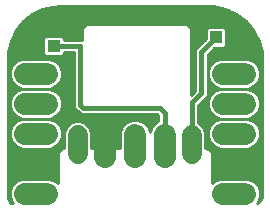
<source format=gbl>
G75*
%MOIN*%
%OFA0B0*%
%FSLAX24Y24*%
%IPPOS*%
%LPD*%
%AMOC8*
5,1,8,0,0,1.08239X$1,22.5*
%
%ADD10C,0.0650*%
%ADD11C,0.0728*%
%ADD12C,0.0740*%
%ADD13C,0.0100*%
%ADD14C,0.0160*%
%ADD15R,0.0436X0.0436*%
D10*
X004598Y003138D02*
X004598Y003787D01*
X008397Y003787D02*
X008397Y003138D01*
D11*
X007492Y003059D02*
X007492Y003787D01*
X006507Y003787D02*
X006507Y003059D01*
X005503Y003059D02*
X005503Y003787D01*
D12*
X003571Y003823D02*
X002831Y003823D01*
X002831Y002823D02*
X003571Y002823D01*
X003571Y001823D02*
X002831Y001823D01*
X002831Y004823D02*
X003571Y004823D01*
X003571Y005823D02*
X002831Y005823D01*
X009426Y005823D02*
X010166Y005823D01*
X010166Y004823D02*
X009426Y004823D01*
X009426Y003823D02*
X010166Y003823D01*
X010166Y002823D02*
X009426Y002823D01*
X009426Y001823D02*
X010166Y001823D01*
D13*
X002312Y001594D02*
X002275Y001684D01*
X002270Y001733D01*
X002270Y006351D01*
X002281Y006543D01*
X002367Y006918D01*
X002533Y007265D01*
X002773Y007566D01*
X003074Y007806D01*
X003421Y007973D01*
X003796Y008058D01*
X003989Y008069D01*
X008864Y008069D01*
X008867Y008068D01*
X008913Y008069D01*
X008921Y008069D01*
X009116Y008064D01*
X009507Y007987D01*
X009871Y007824D01*
X010189Y007585D01*
X010447Y007281D01*
X010630Y006928D01*
X010730Y006542D01*
X010746Y006345D01*
X010746Y001752D01*
X010735Y001699D01*
X010677Y001592D01*
X010583Y001515D01*
X010558Y001508D01*
X010590Y001540D01*
X010666Y001724D01*
X010666Y001923D01*
X010590Y002106D01*
X010449Y002247D01*
X010265Y002323D01*
X009326Y002323D01*
X009142Y002247D01*
X009061Y002166D01*
X009061Y003152D01*
X009023Y003244D01*
X008953Y003315D01*
X008861Y003353D01*
X008852Y003353D01*
X008852Y003878D01*
X008783Y004045D01*
X008655Y004173D01*
X008607Y004193D01*
X008607Y004767D01*
X008620Y004780D01*
X008800Y004960D01*
X008923Y005083D01*
X008923Y006461D01*
X009154Y006692D01*
X009477Y006692D01*
X009553Y006768D01*
X009553Y007312D01*
X009477Y007388D01*
X008933Y007388D01*
X008857Y007312D01*
X008857Y006989D01*
X008503Y006635D01*
X008503Y005257D01*
X008372Y005126D01*
X008372Y007286D01*
X008334Y007378D01*
X008264Y007449D01*
X008172Y007487D01*
X004923Y007487D01*
X004831Y007449D01*
X004761Y007378D01*
X004723Y007286D01*
X004723Y006954D01*
X004140Y006954D01*
X004140Y007016D01*
X004064Y007093D01*
X003520Y007093D01*
X003444Y007016D01*
X003444Y006473D01*
X003520Y006396D01*
X004064Y006396D01*
X004140Y006473D01*
X004140Y006534D01*
X004468Y006534D01*
X004468Y004689D01*
X004591Y004566D01*
X004689Y004468D01*
X007248Y004468D01*
X007282Y004434D01*
X007282Y004235D01*
X007212Y004206D01*
X007073Y004067D01*
X006999Y003890D01*
X006926Y004067D01*
X006787Y004206D01*
X006606Y004281D01*
X006409Y004281D01*
X006227Y004206D01*
X006088Y004067D01*
X006013Y003886D01*
X006013Y003353D01*
X005883Y003353D01*
X005882Y003356D01*
X005756Y003482D01*
X005592Y003550D01*
X005414Y003550D01*
X005250Y003482D01*
X005125Y003356D01*
X005123Y003353D01*
X005053Y003353D01*
X005053Y003878D01*
X004983Y004045D01*
X004855Y004173D01*
X004688Y004242D01*
X004507Y004242D01*
X004340Y004173D01*
X004212Y004045D01*
X004143Y003878D01*
X004143Y003353D01*
X004136Y003353D01*
X004044Y003315D01*
X003973Y003244D01*
X003935Y003152D01*
X003935Y002166D01*
X003854Y002247D01*
X003671Y002323D01*
X002732Y002323D01*
X002548Y002247D01*
X002407Y002106D01*
X002331Y001923D01*
X002331Y001724D01*
X002407Y001540D01*
X002452Y001496D01*
X002381Y001525D01*
X002312Y001594D01*
X002299Y001627D02*
X002371Y001627D01*
X002378Y001528D02*
X002419Y001528D01*
X002331Y001725D02*
X002271Y001725D01*
X002270Y001824D02*
X002331Y001824D01*
X002331Y001922D02*
X002270Y001922D01*
X002270Y002021D02*
X002372Y002021D01*
X002420Y002119D02*
X002270Y002119D01*
X002270Y002218D02*
X002519Y002218D01*
X002715Y002316D02*
X002270Y002316D01*
X002270Y002415D02*
X003935Y002415D01*
X003935Y002513D02*
X002270Y002513D01*
X002270Y002612D02*
X003935Y002612D01*
X003935Y002710D02*
X002270Y002710D01*
X002270Y002809D02*
X003935Y002809D01*
X003935Y002907D02*
X002270Y002907D01*
X002270Y003006D02*
X003935Y003006D01*
X003935Y003104D02*
X002270Y003104D01*
X002270Y003203D02*
X003956Y003203D01*
X004030Y003301D02*
X002270Y003301D01*
X002270Y003400D02*
X002548Y003400D01*
X002548Y003399D02*
X002732Y003323D01*
X003671Y003323D01*
X003854Y003399D01*
X003995Y003540D01*
X004071Y003724D01*
X004071Y003923D01*
X003995Y004106D01*
X003854Y004247D01*
X003671Y004323D01*
X003854Y004399D01*
X003995Y004540D01*
X004071Y004724D01*
X004071Y004923D01*
X003995Y005106D01*
X003854Y005247D01*
X003671Y005323D01*
X003854Y005399D01*
X003995Y005540D01*
X004071Y005724D01*
X004071Y005923D01*
X003995Y006106D01*
X003854Y006247D01*
X003671Y006323D01*
X002732Y006323D01*
X002548Y006247D01*
X002407Y006106D01*
X002331Y005923D01*
X002331Y005724D01*
X002407Y005540D01*
X002548Y005399D01*
X002732Y005323D01*
X003671Y005323D01*
X002732Y005323D01*
X002548Y005247D01*
X002407Y005106D01*
X002331Y004923D01*
X002331Y004724D01*
X002407Y004540D01*
X002548Y004399D01*
X002732Y004323D01*
X003671Y004323D01*
X002732Y004323D01*
X002548Y004247D01*
X002407Y004106D01*
X002331Y003923D01*
X002331Y003724D01*
X002407Y003540D01*
X002548Y003399D01*
X002449Y003498D02*
X002270Y003498D01*
X002270Y003597D02*
X002384Y003597D01*
X002343Y003695D02*
X002270Y003695D01*
X002270Y003794D02*
X002331Y003794D01*
X002331Y003892D02*
X002270Y003892D01*
X002270Y003991D02*
X002359Y003991D01*
X002400Y004089D02*
X002270Y004089D01*
X002270Y004188D02*
X002489Y004188D01*
X002642Y004286D02*
X002270Y004286D01*
X002270Y004385D02*
X002583Y004385D01*
X002464Y004483D02*
X002270Y004483D01*
X002270Y004582D02*
X002390Y004582D01*
X002349Y004680D02*
X002270Y004680D01*
X002270Y004779D02*
X002331Y004779D01*
X002331Y004877D02*
X002270Y004877D01*
X002270Y004976D02*
X002353Y004976D01*
X002394Y005074D02*
X002270Y005074D01*
X002270Y005173D02*
X002474Y005173D01*
X002606Y005271D02*
X002270Y005271D01*
X002270Y005370D02*
X002619Y005370D01*
X002479Y005468D02*
X002270Y005468D01*
X002270Y005567D02*
X002396Y005567D01*
X002355Y005665D02*
X002270Y005665D01*
X002270Y005764D02*
X002331Y005764D01*
X002331Y005862D02*
X002270Y005862D01*
X002270Y005961D02*
X002347Y005961D01*
X002388Y006059D02*
X002270Y006059D01*
X002270Y006158D02*
X002459Y006158D01*
X002570Y006256D02*
X002270Y006256D01*
X002270Y006355D02*
X004468Y006355D01*
X004468Y006453D02*
X004121Y006453D01*
X003832Y006256D02*
X004468Y006256D01*
X004468Y006158D02*
X003944Y006158D01*
X004015Y006059D02*
X004468Y006059D01*
X004468Y005961D02*
X004055Y005961D01*
X004071Y005862D02*
X004468Y005862D01*
X004468Y005764D02*
X004071Y005764D01*
X004047Y005665D02*
X004468Y005665D01*
X004468Y005567D02*
X004006Y005567D01*
X003923Y005468D02*
X004468Y005468D01*
X004468Y005370D02*
X003783Y005370D01*
X003796Y005271D02*
X004468Y005271D01*
X004468Y005173D02*
X003929Y005173D01*
X004008Y005074D02*
X004468Y005074D01*
X004468Y004976D02*
X004049Y004976D01*
X004071Y004877D02*
X004468Y004877D01*
X004468Y004779D02*
X004071Y004779D01*
X004053Y004680D02*
X004476Y004680D01*
X004575Y004582D02*
X004012Y004582D01*
X003938Y004483D02*
X004673Y004483D01*
X004819Y004188D02*
X006209Y004188D01*
X006110Y004089D02*
X004939Y004089D01*
X005006Y003991D02*
X006057Y003991D01*
X006016Y003892D02*
X005047Y003892D01*
X005053Y003794D02*
X006013Y003794D01*
X006013Y003695D02*
X005053Y003695D01*
X005053Y003597D02*
X006013Y003597D01*
X006013Y003498D02*
X005716Y003498D01*
X005838Y003400D02*
X006013Y003400D01*
X005291Y003498D02*
X005053Y003498D01*
X005053Y003400D02*
X005168Y003400D01*
X004376Y004188D02*
X003914Y004188D01*
X004002Y004089D02*
X004257Y004089D01*
X004190Y003991D02*
X004043Y003991D01*
X004071Y003892D02*
X004149Y003892D01*
X004143Y003794D02*
X004071Y003794D01*
X004059Y003695D02*
X004143Y003695D01*
X004143Y003597D02*
X004019Y003597D01*
X003953Y003498D02*
X004143Y003498D01*
X004143Y003400D02*
X003855Y003400D01*
X003760Y004286D02*
X007282Y004286D01*
X007282Y004385D02*
X003819Y004385D01*
X003935Y002316D02*
X003687Y002316D01*
X003884Y002218D02*
X003935Y002218D01*
X006806Y004188D02*
X007193Y004188D01*
X007095Y004089D02*
X006904Y004089D01*
X006958Y003991D02*
X007041Y003991D01*
X006999Y003892D02*
X007000Y003892D01*
X008619Y004188D02*
X009083Y004188D01*
X009142Y004247D02*
X009002Y004106D01*
X008926Y003923D01*
X008926Y003724D01*
X009002Y003540D01*
X009142Y003399D01*
X009326Y003323D01*
X010265Y003323D01*
X010449Y003399D01*
X010590Y003540D01*
X010666Y003724D01*
X010666Y003923D01*
X010590Y004106D01*
X010449Y004247D01*
X010265Y004323D01*
X009326Y004323D01*
X009142Y004247D01*
X009237Y004286D02*
X008607Y004286D01*
X008607Y004385D02*
X009178Y004385D01*
X009142Y004399D02*
X009326Y004323D01*
X010265Y004323D01*
X010449Y004399D01*
X010590Y004540D01*
X010666Y004724D01*
X010666Y004923D01*
X010590Y005106D01*
X010449Y005247D01*
X010265Y005323D01*
X009326Y005323D01*
X009142Y005247D01*
X009002Y005106D01*
X008926Y004923D01*
X008926Y004724D01*
X009002Y004540D01*
X009142Y004399D01*
X009059Y004483D02*
X008607Y004483D01*
X008607Y004582D02*
X008984Y004582D01*
X008944Y004680D02*
X008607Y004680D01*
X008619Y004779D02*
X008926Y004779D01*
X008926Y004877D02*
X008718Y004877D01*
X008620Y004780D02*
X008620Y004780D01*
X008816Y004976D02*
X008948Y004976D01*
X008915Y005074D02*
X008988Y005074D01*
X008923Y005173D02*
X009068Y005173D01*
X009201Y005271D02*
X008923Y005271D01*
X008923Y005370D02*
X009214Y005370D01*
X009142Y005399D02*
X009326Y005323D01*
X010265Y005323D01*
X010449Y005399D01*
X010590Y005540D01*
X010666Y005724D01*
X010666Y005923D01*
X010590Y006106D01*
X010449Y006247D01*
X010265Y006323D01*
X009326Y006323D01*
X009142Y006247D01*
X009002Y006106D01*
X008926Y005923D01*
X008926Y005724D01*
X009002Y005540D01*
X009142Y005399D01*
X009074Y005468D02*
X008923Y005468D01*
X008923Y005567D02*
X008991Y005567D01*
X008950Y005665D02*
X008923Y005665D01*
X008923Y005764D02*
X008926Y005764D01*
X008923Y005862D02*
X008926Y005862D01*
X008923Y005961D02*
X008941Y005961D01*
X008923Y006059D02*
X008982Y006059D01*
X008923Y006158D02*
X009053Y006158D01*
X009165Y006256D02*
X008923Y006256D01*
X008923Y006355D02*
X010746Y006355D01*
X010737Y006453D02*
X008923Y006453D01*
X009014Y006552D02*
X010727Y006552D01*
X010702Y006650D02*
X009113Y006650D01*
X008814Y006946D02*
X008372Y006946D01*
X008372Y007044D02*
X008857Y007044D01*
X008857Y007143D02*
X008372Y007143D01*
X008372Y007241D02*
X008857Y007241D01*
X008885Y007340D02*
X008350Y007340D01*
X008274Y007438D02*
X010314Y007438D01*
X010397Y007340D02*
X009525Y007340D01*
X009553Y007241D02*
X010467Y007241D01*
X010518Y007143D02*
X009553Y007143D01*
X009553Y007044D02*
X010569Y007044D01*
X010620Y006946D02*
X009553Y006946D01*
X009553Y006847D02*
X010651Y006847D01*
X010676Y006749D02*
X009534Y006749D01*
X008716Y006847D02*
X008372Y006847D01*
X008372Y006749D02*
X008617Y006749D01*
X008519Y006650D02*
X008372Y006650D01*
X008372Y006552D02*
X008503Y006552D01*
X008503Y006453D02*
X008372Y006453D01*
X008372Y006355D02*
X008503Y006355D01*
X008503Y006256D02*
X008372Y006256D01*
X008372Y006158D02*
X008503Y006158D01*
X008503Y006059D02*
X008372Y006059D01*
X008372Y005961D02*
X008503Y005961D01*
X008503Y005862D02*
X008372Y005862D01*
X008372Y005764D02*
X008503Y005764D01*
X008503Y005665D02*
X008372Y005665D01*
X008372Y005567D02*
X008503Y005567D01*
X008503Y005468D02*
X008372Y005468D01*
X008372Y005370D02*
X008503Y005370D01*
X008503Y005271D02*
X008372Y005271D01*
X008372Y005173D02*
X008419Y005173D01*
X008738Y004089D02*
X008995Y004089D01*
X008954Y003991D02*
X008805Y003991D01*
X008846Y003892D02*
X008926Y003892D01*
X008926Y003794D02*
X008852Y003794D01*
X008852Y003695D02*
X008937Y003695D01*
X008978Y003597D02*
X008852Y003597D01*
X008852Y003498D02*
X009044Y003498D01*
X009142Y003400D02*
X008852Y003400D01*
X008966Y003301D02*
X010746Y003301D01*
X010746Y003203D02*
X009041Y003203D01*
X009061Y003104D02*
X010746Y003104D01*
X010746Y003006D02*
X009061Y003006D01*
X009061Y002907D02*
X010746Y002907D01*
X010746Y002809D02*
X009061Y002809D01*
X009061Y002710D02*
X010746Y002710D01*
X010746Y002612D02*
X009061Y002612D01*
X009061Y002513D02*
X010746Y002513D01*
X010746Y002415D02*
X009061Y002415D01*
X009061Y002316D02*
X009309Y002316D01*
X009113Y002218D02*
X009061Y002218D01*
X010282Y002316D02*
X010746Y002316D01*
X010746Y002218D02*
X010478Y002218D01*
X010577Y002119D02*
X010746Y002119D01*
X010746Y002021D02*
X010625Y002021D01*
X010666Y001922D02*
X010746Y001922D01*
X010746Y001824D02*
X010666Y001824D01*
X010666Y001725D02*
X010741Y001725D01*
X010696Y001627D02*
X010625Y001627D01*
X010599Y001528D02*
X010578Y001528D01*
X010449Y003400D02*
X010746Y003400D01*
X010746Y003498D02*
X010548Y003498D01*
X010613Y003597D02*
X010746Y003597D01*
X010746Y003695D02*
X010654Y003695D01*
X010666Y003794D02*
X010746Y003794D01*
X010746Y003892D02*
X010666Y003892D01*
X010637Y003991D02*
X010746Y003991D01*
X010746Y004089D02*
X010597Y004089D01*
X010508Y004188D02*
X010746Y004188D01*
X010746Y004286D02*
X010354Y004286D01*
X010414Y004385D02*
X010746Y004385D01*
X010746Y004483D02*
X010533Y004483D01*
X010607Y004582D02*
X010746Y004582D01*
X010746Y004680D02*
X010648Y004680D01*
X010666Y004779D02*
X010746Y004779D01*
X010746Y004877D02*
X010666Y004877D01*
X010644Y004976D02*
X010746Y004976D01*
X010746Y005074D02*
X010603Y005074D01*
X010523Y005173D02*
X010746Y005173D01*
X010746Y005271D02*
X010391Y005271D01*
X010377Y005370D02*
X010746Y005370D01*
X010746Y005468D02*
X010518Y005468D01*
X010601Y005567D02*
X010746Y005567D01*
X010746Y005665D02*
X010641Y005665D01*
X010666Y005764D02*
X010746Y005764D01*
X010746Y005862D02*
X010666Y005862D01*
X010650Y005961D02*
X010746Y005961D01*
X010746Y006059D02*
X010609Y006059D01*
X010538Y006158D02*
X010746Y006158D01*
X010746Y006256D02*
X010427Y006256D01*
X010230Y007537D02*
X002750Y007537D01*
X002672Y007438D02*
X004821Y007438D01*
X004745Y007340D02*
X002593Y007340D01*
X002522Y007241D02*
X004723Y007241D01*
X004723Y007143D02*
X002475Y007143D01*
X002427Y007044D02*
X003471Y007044D01*
X003444Y006946D02*
X002380Y006946D01*
X002367Y006918D02*
X002367Y006918D01*
X002350Y006847D02*
X003444Y006847D01*
X003444Y006749D02*
X002328Y006749D01*
X002305Y006650D02*
X003444Y006650D01*
X003444Y006552D02*
X002283Y006552D01*
X002276Y006453D02*
X003463Y006453D01*
X004112Y007044D02*
X004723Y007044D01*
X003668Y008029D02*
X009292Y008029D01*
X009633Y007931D02*
X003334Y007931D01*
X003129Y007832D02*
X009853Y007832D01*
X009992Y007734D02*
X002984Y007734D01*
X002860Y007635D02*
X010123Y007635D01*
D14*
X009205Y007040D02*
X008713Y006548D01*
X008713Y005170D01*
X008410Y004867D01*
X008397Y004836D02*
X008397Y003787D01*
X007492Y003787D02*
X007492Y004521D01*
X007335Y004678D01*
X004776Y004678D01*
X004678Y004776D01*
X004678Y006744D01*
X003792Y006744D01*
X008410Y004867D02*
X008403Y004858D01*
X008398Y004847D01*
X008397Y004836D01*
D15*
X009205Y007040D03*
X003792Y006744D03*
M02*

</source>
